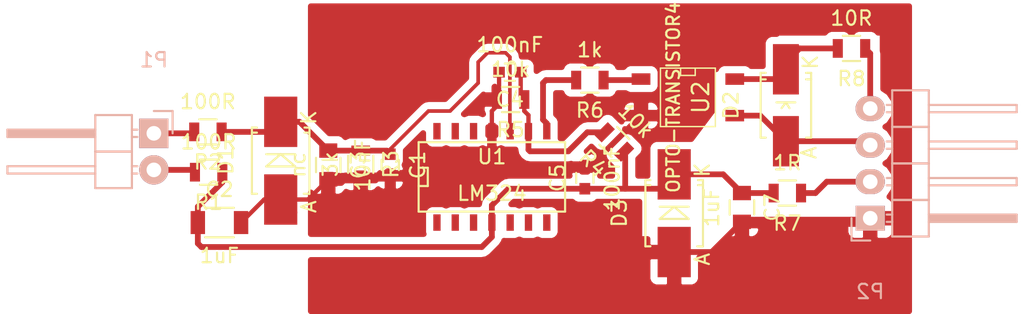
<source format=kicad_pcb>
(kicad_pcb (version 4) (host pcbnew "(2014-10-31 BZR 5243)-product")

  (general
    (links 37)
    (no_connects 0)
    (area 0 0 0 0)
    (thickness 1.6)
    (drawings 0)
    (tracks 98)
    (zones 0)
    (modules 21)
    (nets 13)
  )

  (page A4)
  (layers
    (0 F.Cu signal)
    (31 B.Cu signal)
    (32 B.Adhes user)
    (33 F.Adhes user)
    (34 B.Paste user)
    (35 F.Paste user)
    (36 B.SilkS user)
    (37 F.SilkS user)
    (38 B.Mask user)
    (39 F.Mask user)
    (40 Dwgs.User user)
    (41 Cmts.User user)
    (42 Eco1.User user)
    (43 Eco2.User user)
    (44 Edge.Cuts user)
    (45 Margin user)
    (46 B.CrtYd user)
    (47 F.CrtYd user)
    (48 B.Fab user)
    (49 F.Fab user)
  )

  (setup
    (last_trace_width 0.3)
    (user_trace_width 0.3)
    (user_trace_width 0.4)
    (user_trace_width 0.5)
    (user_trace_width 0.6)
    (user_trace_width 0.7)
    (user_trace_width 0.8)
    (user_trace_width 1)
    (trace_clearance 0.254)
    (zone_clearance 0.5)
    (zone_45_only no)
    (trace_min 0.254)
    (segment_width 0.2)
    (edge_width 0.1)
    (via_size 0.889)
    (via_drill 0.635)
    (via_min_size 0.889)
    (via_min_drill 0.508)
    (uvia_size 0.508)
    (uvia_drill 0.127)
    (uvias_allowed no)
    (uvia_min_size 0.508)
    (uvia_min_drill 0.127)
    (pcb_text_width 0.3)
    (pcb_text_size 1.5 1.5)
    (mod_edge_width 0.15)
    (mod_text_size 1 1)
    (mod_text_width 0.15)
    (pad_size 1.5 1.5)
    (pad_drill 0.6)
    (pad_to_mask_clearance 0)
    (aux_axis_origin 0 0)
    (visible_elements FFFFFF7F)
    (pcbplotparams
      (layerselection 0x00030_80000001)
      (usegerberextensions false)
      (excludeedgelayer true)
      (linewidth 0.100000)
      (plotframeref false)
      (viasonmask false)
      (mode 1)
      (useauxorigin false)
      (hpglpennumber 1)
      (hpglpenspeed 20)
      (hpglpendiameter 15)
      (hpglpenoverlay 2)
      (psnegative false)
      (psa4output false)
      (plotreference true)
      (plotvalue true)
      (plotinvisibletext false)
      (padsonsilk false)
      (subtractmaskfromsilk false)
      (outputformat 1)
      (mirror false)
      (drillshape 1)
      (scaleselection 1)
      (outputdirectory ""))
  )

  (net 0 "")
  (net 1 "Net-(C1-Pad1)")
  (net 2 GND)
  (net 3 +12V)
  (net 4 "Net-(C4-Pad1)")
  (net 5 "Net-(D2-Pad2)")
  (net 6 "Net-(P1-Pad2)")
  (net 7 "Net-(P1-Pad1)")
  (net 8 "Net-(D2-Pad1)")
  (net 9 "Net-(P2-Pad2)")
  (net 10 "Net-(P2-Pad4)")
  (net 11 "Net-(R6-Pad1)")
  (net 12 "Net-(R6-Pad2)")

  (net_class Default "Dies ist die voreingestellte Netzklasse."
    (clearance 0.254)
    (trace_width 0.254)
    (via_dia 0.889)
    (via_drill 0.635)
    (uvia_dia 0.508)
    (uvia_drill 0.127)
    (add_net +12V)
    (add_net "Net-(D2-Pad1)")
    (add_net "Net-(D2-Pad2)")
    (add_net "Net-(P1-Pad1)")
    (add_net "Net-(P1-Pad2)")
    (add_net "Net-(P2-Pad2)")
    (add_net "Net-(P2-Pad4)")
    (add_net "Net-(R6-Pad1)")
    (add_net "Net-(R6-Pad2)")
  )

  (net_class 1 ""
    (clearance 0.18)
    (trace_width 0.254)
    (via_dia 0.889)
    (via_drill 0.635)
    (uvia_dia 0.508)
    (uvia_drill 0.127)
    (add_net GND)
    (add_net "Net-(C1-Pad1)")
    (add_net "Net-(C4-Pad1)")
  )

  (module Capacitors_SMD:C_0603 (layer F.Cu) (tedit 5415D631) (tstamp 54ED0A4D)
    (at 116.2 101.4 270)
    (descr "Capacitor SMD 0603, reflow soldering, AVX (see smccp.pdf)")
    (tags "capacitor 0603")
    (path /54ECF4A0)
    (attr smd)
    (fp_text reference C1 (at 0 -1.9 270) (layer F.SilkS)
      (effects (font (size 1 1) (thickness 0.15)))
    )
    (fp_text value 10nF (at 0 1.9 270) (layer F.SilkS)
      (effects (font (size 1 1) (thickness 0.15)))
    )
    (fp_line (start -1.45 -0.75) (end 1.45 -0.75) (layer F.CrtYd) (width 0.05))
    (fp_line (start -1.45 0.75) (end 1.45 0.75) (layer F.CrtYd) (width 0.05))
    (fp_line (start -1.45 -0.75) (end -1.45 0.75) (layer F.CrtYd) (width 0.05))
    (fp_line (start 1.45 -0.75) (end 1.45 0.75) (layer F.CrtYd) (width 0.05))
    (fp_line (start -0.35 -0.6) (end 0.35 -0.6) (layer F.SilkS) (width 0.15))
    (fp_line (start 0.35 0.6) (end -0.35 0.6) (layer F.SilkS) (width 0.15))
    (pad 1 smd rect (at -0.75 0 270) (size 0.8 0.75) (layers F.Cu F.Paste F.Mask)
      (net 1 "Net-(C1-Pad1)"))
    (pad 2 smd rect (at 0.75 0 270) (size 0.8 0.75) (layers F.Cu F.Paste F.Mask)
      (net 2 GND))
    (model Capacitors_SMD/C_0603.wrl
      (at (xyz 0 0 0))
      (scale (xyz 1 1 1))
      (rotate (xyz 0 0 0))
    )
  )

  (module Capacitors_SMD:C_1206 (layer F.Cu) (tedit 5415D7BD) (tstamp 54ED0A53)
    (at 104.35 105.4)
    (descr "Capacitor SMD 1206, reflow soldering, AVX (see smccp.pdf)")
    (tags "capacitor 1206")
    (path /54ECF9A2)
    (attr smd)
    (fp_text reference C2 (at 0 -2.3) (layer F.SilkS)
      (effects (font (size 1 1) (thickness 0.15)))
    )
    (fp_text value 1uF (at 0 2.3) (layer F.SilkS)
      (effects (font (size 1 1) (thickness 0.15)))
    )
    (fp_line (start -2.3 -1.15) (end 2.3 -1.15) (layer F.CrtYd) (width 0.05))
    (fp_line (start -2.3 1.15) (end 2.3 1.15) (layer F.CrtYd) (width 0.05))
    (fp_line (start -2.3 -1.15) (end -2.3 1.15) (layer F.CrtYd) (width 0.05))
    (fp_line (start 2.3 -1.15) (end 2.3 1.15) (layer F.CrtYd) (width 0.05))
    (fp_line (start 1 -1.025) (end -1 -1.025) (layer F.SilkS) (width 0.15))
    (fp_line (start -1 1.025) (end 1 1.025) (layer F.SilkS) (width 0.15))
    (pad 1 smd rect (at -1.5 0) (size 1 1.6) (layers F.Cu F.Paste F.Mask)
      (net 3 +12V))
    (pad 2 smd rect (at 1.5 0) (size 1 1.6) (layers F.Cu F.Paste F.Mask)
      (net 2 GND))
    (model Capacitors_SMD/C_1206.wrl
      (at (xyz 0 0 0))
      (scale (xyz 1 1 1))
      (rotate (xyz 0 0 0))
    )
  )

  (module Capacitors_SMD:C_0805 (layer F.Cu) (tedit 5415D6EA) (tstamp 54ED0A59)
    (at 111.9 101.4 270)
    (descr "Capacitor SMD 0805, reflow soldering, AVX (see smccp.pdf)")
    (tags "capacitor 0805")
    (path /54ECF4BF)
    (attr smd)
    (fp_text reference C3 (at 0 -2.1 270) (layer F.SilkS)
      (effects (font (size 1 1) (thickness 0.15)))
    )
    (fp_text value nc (at 0 2.1 270) (layer F.SilkS)
      (effects (font (size 1 1) (thickness 0.15)))
    )
    (fp_line (start -1.8 -1) (end 1.8 -1) (layer F.CrtYd) (width 0.05))
    (fp_line (start -1.8 1) (end 1.8 1) (layer F.CrtYd) (width 0.05))
    (fp_line (start -1.8 -1) (end -1.8 1) (layer F.CrtYd) (width 0.05))
    (fp_line (start 1.8 -1) (end 1.8 1) (layer F.CrtYd) (width 0.05))
    (fp_line (start 0.5 -0.85) (end -0.5 -0.85) (layer F.SilkS) (width 0.15))
    (fp_line (start -0.5 0.85) (end 0.5 0.85) (layer F.SilkS) (width 0.15))
    (pad 1 smd rect (at -1 0 270) (size 1 1.25) (layers F.Cu F.Paste F.Mask)
      (net 1 "Net-(C1-Pad1)"))
    (pad 2 smd rect (at 1 0 270) (size 1 1.25) (layers F.Cu F.Paste F.Mask)
      (net 2 GND))
    (model Capacitors_SMD/C_0805.wrl
      (at (xyz 0 0 0))
      (scale (xyz 1 1 1))
      (rotate (xyz 0 0 0))
    )
  )

  (module Capacitors_SMD:C_0603 (layer F.Cu) (tedit 5415D631) (tstamp 54ED0A5F)
    (at 124.5 94.95 180)
    (descr "Capacitor SMD 0603, reflow soldering, AVX (see smccp.pdf)")
    (tags "capacitor 0603")
    (path /54ECFED6)
    (attr smd)
    (fp_text reference C4 (at 0 -1.9 180) (layer F.SilkS)
      (effects (font (size 1 1) (thickness 0.15)))
    )
    (fp_text value 100nF (at 0 1.9 180) (layer F.SilkS)
      (effects (font (size 1 1) (thickness 0.15)))
    )
    (fp_line (start -1.45 -0.75) (end 1.45 -0.75) (layer F.CrtYd) (width 0.05))
    (fp_line (start -1.45 0.75) (end 1.45 0.75) (layer F.CrtYd) (width 0.05))
    (fp_line (start -1.45 -0.75) (end -1.45 0.75) (layer F.CrtYd) (width 0.05))
    (fp_line (start 1.45 -0.75) (end 1.45 0.75) (layer F.CrtYd) (width 0.05))
    (fp_line (start -0.35 -0.6) (end 0.35 -0.6) (layer F.SilkS) (width 0.15))
    (fp_line (start 0.35 0.6) (end -0.35 0.6) (layer F.SilkS) (width 0.15))
    (pad 1 smd rect (at -0.75 0 180) (size 0.8 0.75) (layers F.Cu F.Paste F.Mask)
      (net 4 "Net-(C4-Pad1)"))
    (pad 2 smd rect (at 0.75 0 180) (size 0.8 0.75) (layers F.Cu F.Paste F.Mask)
      (net 2 GND))
    (model Capacitors_SMD/C_0603.wrl
      (at (xyz 0 0 0))
      (scale (xyz 1 1 1))
      (rotate (xyz 0 0 0))
    )
  )

  (module Capacitors_SMD:C_0603 (layer F.Cu) (tedit 5415D631) (tstamp 54F1DEF8)
    (at 129.7 102.3 90)
    (descr "Capacitor SMD 0603, reflow soldering, AVX (see smccp.pdf)")
    (tags "capacitor 0603")
    (path /54ED187B)
    (attr smd)
    (fp_text reference C5 (at 0 -1.9 90) (layer F.SilkS)
      (effects (font (size 1 1) (thickness 0.15)))
    )
    (fp_text value 100nF (at 0 1.9 90) (layer F.SilkS)
      (effects (font (size 1 1) (thickness 0.15)))
    )
    (fp_line (start -1.45 -0.75) (end 1.45 -0.75) (layer F.CrtYd) (width 0.05))
    (fp_line (start -1.45 0.75) (end 1.45 0.75) (layer F.CrtYd) (width 0.05))
    (fp_line (start -1.45 -0.75) (end -1.45 0.75) (layer F.CrtYd) (width 0.05))
    (fp_line (start 1.45 -0.75) (end 1.45 0.75) (layer F.CrtYd) (width 0.05))
    (fp_line (start -0.35 -0.6) (end 0.35 -0.6) (layer F.SilkS) (width 0.15))
    (fp_line (start 0.35 0.6) (end -0.35 0.6) (layer F.SilkS) (width 0.15))
    (pad 1 smd rect (at -0.75 0 90) (size 0.8 0.75) (layers F.Cu F.Paste F.Mask)
      (net 3 +12V))
    (pad 2 smd rect (at 0.75 0 90) (size 0.8 0.75) (layers F.Cu F.Paste F.Mask)
      (net 2 GND))
    (model Capacitors_SMD/C_0603.wrl
      (at (xyz 0 0 0))
      (scale (xyz 1 1 1))
      (rotate (xyz 0 0 0))
    )
  )

  (module Capacitors_SMD:C_0805 (layer F.Cu) (tedit 5415D6EA) (tstamp 54ED0A71)
    (at 140.6 104.35 270)
    (descr "Capacitor SMD 0805, reflow soldering, AVX (see smccp.pdf)")
    (tags "capacitor 0805")
    (path /54ED0B4D)
    (attr smd)
    (fp_text reference C7 (at 0 -2.1 270) (layer F.SilkS)
      (effects (font (size 1 1) (thickness 0.15)))
    )
    (fp_text value 1uF (at 0 2.1 270) (layer F.SilkS)
      (effects (font (size 1 1) (thickness 0.15)))
    )
    (fp_line (start -1.8 -1) (end 1.8 -1) (layer F.CrtYd) (width 0.05))
    (fp_line (start -1.8 1) (end 1.8 1) (layer F.CrtYd) (width 0.05))
    (fp_line (start -1.8 -1) (end -1.8 1) (layer F.CrtYd) (width 0.05))
    (fp_line (start 1.8 -1) (end 1.8 1) (layer F.CrtYd) (width 0.05))
    (fp_line (start 0.5 -0.85) (end -0.5 -0.85) (layer F.SilkS) (width 0.15))
    (fp_line (start -0.5 0.85) (end 0.5 0.85) (layer F.SilkS) (width 0.15))
    (pad 1 smd rect (at -1 0 270) (size 1 1.25) (layers F.Cu F.Paste F.Mask)
      (net 3 +12V))
    (pad 2 smd rect (at 1 0 270) (size 1 1.25) (layers F.Cu F.Paste F.Mask)
      (net 2 GND))
    (model Capacitors_SMD/C_0805.wrl
      (at (xyz 0 0 0))
      (scale (xyz 1 1 1))
      (rotate (xyz 0 0 0))
    )
  )

  (module Diodes_SMD:Diode-SMB_Handsoldering (layer F.Cu) (tedit 54ED0A11) (tstamp 54ED0A77)
    (at 108.6 101.1 90)
    (descr "Diode SMB Handsoldering")
    (tags "Diode SMB Handsoldering")
    (path /54ECF4E8)
    (attr smd)
    (fp_text reference D1 (at 0 -3.81 90) (layer F.SilkS)
      (effects (font (size 1 1) (thickness 0.15)))
    )
    (fp_text value ZENER_15V (at 0 3.81 90) (layer F.SilkS) hide
      (effects (font (size 1 1) (thickness 0.15)))
    )
    (fp_line (start 0.44958 0) (end -0.39878 -1.00076) (layer F.SilkS) (width 0.15))
    (fp_line (start -0.39878 -1.00076) (end -0.39878 1.00076) (layer F.SilkS) (width 0.15))
    (fp_line (start -0.39878 1.00076) (end 0.44958 0) (layer F.SilkS) (width 0.15))
    (fp_line (start 0.44958 0) (end 0.44958 1.00076) (layer F.SilkS) (width 0.15))
    (fp_line (start 0.44958 0) (end 0.44958 -1.00076) (layer F.SilkS) (width 0.15))
    (fp_text user A (at -3.2004 1.95072 90) (layer F.SilkS)
      (effects (font (size 1 1) (thickness 0.15)))
    )
    (fp_text user K (at 2.99974 1.95072 90) (layer F.SilkS)
      (effects (font (size 1 1) (thickness 0.15)))
    )
    (fp_line (start -2.30124 1.75006) (end -2.30124 1.6002) (layer F.SilkS) (width 0.15))
    (fp_line (start 1.95072 1.75006) (end 1.95072 1.651) (layer F.SilkS) (width 0.15))
    (fp_line (start 2.30124 1.75006) (end 2.30124 1.651) (layer F.SilkS) (width 0.15))
    (fp_line (start -2.30124 -1.75006) (end -2.30124 -1.651) (layer F.SilkS) (width 0.15))
    (fp_line (start 1.95072 -1.75006) (end 1.95072 -1.651) (layer F.SilkS) (width 0.15))
    (fp_line (start 2.30124 -1.75006) (end 2.30124 -1.651) (layer F.SilkS) (width 0.15))
    (fp_line (start 1.95072 1.99898) (end 1.95072 1.80086) (layer F.SilkS) (width 0.15))
    (fp_line (start 1.95072 -1.99898) (end 1.95072 -1.80086) (layer F.SilkS) (width 0.15))
    (fp_line (start 2.29616 1.99644) (end 2.29616 1.79832) (layer F.SilkS) (width 0.15))
    (fp_line (start -2.30632 1.99644) (end 2.29616 1.99644) (layer F.SilkS) (width 0.15))
    (fp_line (start -2.30632 1.99644) (end -2.30632 1.79832) (layer F.SilkS) (width 0.15))
    (fp_line (start -2.30124 -1.99898) (end -2.30124 -1.80086) (layer F.SilkS) (width 0.15))
    (fp_line (start -2.30124 -1.99898) (end 2.30124 -1.99898) (layer F.SilkS) (width 0.15))
    (fp_line (start 2.30124 -1.99898) (end 2.30124 -1.80086) (layer F.SilkS) (width 0.15))
    (pad 1 smd rect (at -2.70002 0 90) (size 3.50012 2.30124) (layers F.Cu F.Paste F.Mask)
      (net 2 GND))
    (pad 2 smd rect (at 2.70002 0 90) (size 3.50012 2.30124) (layers F.Cu F.Paste F.Mask)
      (net 1 "Net-(C1-Pad1)"))
    (model Diodes_SMD/Diode-SMB_Handsoldering.wrl
      (at (xyz 0 0 0))
      (scale (xyz 0.3937 0.3937 0.3937))
      (rotate (xyz 0 0 0))
    )
  )

  (module Diodes_SMD:Diode-SMA_Handsoldering (layer F.Cu) (tedit 5403E4F0) (tstamp 54ED0A7D)
    (at 143.65 97.25 90)
    (descr "Diode SMA Handsoldering")
    (tags "Diode SMA Handsoldering")
    (path /54F1DF54)
    (attr smd)
    (fp_text reference D2 (at 0 -3.81 90) (layer F.SilkS)
      (effects (font (size 1 1) (thickness 0.15)))
    )
    (fp_text value ZENER_15V (at 0 3.81 90) (layer F.SilkS) hide
      (effects (font (size 1 1) (thickness 0.15)))
    )
    (fp_line (start 0.20066 -0.65024) (end 0.20066 0.65024) (layer F.SilkS) (width 0.15))
    (fp_line (start 0.20066 0) (end -0.20066 0.24892) (layer F.SilkS) (width 0.15))
    (fp_line (start 0.20066 0) (end -0.20066 -0.29972) (layer F.SilkS) (width 0.15))
    (fp_text user A (at -3.29946 1.6002 90) (layer F.SilkS)
      (effects (font (size 1 1) (thickness 0.15)))
    )
    (fp_text user K (at 2.99974 1.69926 90) (layer F.SilkS)
      (effects (font (size 1 1) (thickness 0.15)))
    )
    (fp_line (start 1.80086 1.75006) (end 1.80086 1.39954) (layer F.SilkS) (width 0.15))
    (fp_line (start 1.80086 -1.75006) (end 1.80086 -1.39954) (layer F.SilkS) (width 0.15))
    (fp_line (start 2.25044 1.75006) (end 2.25044 1.39954) (layer F.SilkS) (width 0.15))
    (fp_line (start -2.25044 1.75006) (end -2.25044 1.39954) (layer F.SilkS) (width 0.15))
    (fp_line (start -2.25044 -1.75006) (end -2.25044 -1.39954) (layer F.SilkS) (width 0.15))
    (fp_line (start 2.25044 -1.75006) (end 2.25044 -1.39954) (layer F.SilkS) (width 0.15))
    (fp_line (start -2.25044 1.75006) (end 2.25044 1.75006) (layer F.SilkS) (width 0.15))
    (fp_line (start -2.25044 -1.75006) (end 2.25044 -1.75006) (layer F.SilkS) (width 0.15))
    (pad 1 smd rect (at -2.49936 0 90) (size 3.50012 1.80086) (layers F.Cu F.Paste F.Mask)
      (net 8 "Net-(D2-Pad1)"))
    (pad 2 smd rect (at 2.49936 0 90) (size 3.50012 1.80086) (layers F.Cu F.Paste F.Mask)
      (net 5 "Net-(D2-Pad2)"))
    (model Diodes_SMD/Diode-SMA_Handsoldering.wrl
      (at (xyz 0 0 0))
      (scale (xyz 0.3937 0.3937 0.3937))
      (rotate (xyz 0 0 0))
    )
  )

  (module Diodes_SMD:Diode-SMB_Handsoldering (layer F.Cu) (tedit 54ED0A11) (tstamp 54F1DA54)
    (at 135.9 104.75 90)
    (descr "Diode SMB Handsoldering")
    (tags "Diode SMB Handsoldering")
    (path /54ED0D5B)
    (attr smd)
    (fp_text reference D3 (at 0 -3.81 90) (layer F.SilkS)
      (effects (font (size 1 1) (thickness 0.15)))
    )
    (fp_text value ZENER_18V (at 0 3.81 90) (layer F.SilkS) hide
      (effects (font (size 1 1) (thickness 0.15)))
    )
    (fp_line (start 0.44958 0) (end -0.39878 -1.00076) (layer F.SilkS) (width 0.15))
    (fp_line (start -0.39878 -1.00076) (end -0.39878 1.00076) (layer F.SilkS) (width 0.15))
    (fp_line (start -0.39878 1.00076) (end 0.44958 0) (layer F.SilkS) (width 0.15))
    (fp_line (start 0.44958 0) (end 0.44958 1.00076) (layer F.SilkS) (width 0.15))
    (fp_line (start 0.44958 0) (end 0.44958 -1.00076) (layer F.SilkS) (width 0.15))
    (fp_text user A (at -3.2004 1.95072 90) (layer F.SilkS)
      (effects (font (size 1 1) (thickness 0.15)))
    )
    (fp_text user K (at 2.99974 1.95072 90) (layer F.SilkS)
      (effects (font (size 1 1) (thickness 0.15)))
    )
    (fp_line (start -2.30124 1.75006) (end -2.30124 1.6002) (layer F.SilkS) (width 0.15))
    (fp_line (start 1.95072 1.75006) (end 1.95072 1.651) (layer F.SilkS) (width 0.15))
    (fp_line (start 2.30124 1.75006) (end 2.30124 1.651) (layer F.SilkS) (width 0.15))
    (fp_line (start -2.30124 -1.75006) (end -2.30124 -1.651) (layer F.SilkS) (width 0.15))
    (fp_line (start 1.95072 -1.75006) (end 1.95072 -1.651) (layer F.SilkS) (width 0.15))
    (fp_line (start 2.30124 -1.75006) (end 2.30124 -1.651) (layer F.SilkS) (width 0.15))
    (fp_line (start 1.95072 1.99898) (end 1.95072 1.80086) (layer F.SilkS) (width 0.15))
    (fp_line (start 1.95072 -1.99898) (end 1.95072 -1.80086) (layer F.SilkS) (width 0.15))
    (fp_line (start 2.29616 1.99644) (end 2.29616 1.79832) (layer F.SilkS) (width 0.15))
    (fp_line (start -2.30632 1.99644) (end 2.29616 1.99644) (layer F.SilkS) (width 0.15))
    (fp_line (start -2.30632 1.99644) (end -2.30632 1.79832) (layer F.SilkS) (width 0.15))
    (fp_line (start -2.30124 -1.99898) (end -2.30124 -1.80086) (layer F.SilkS) (width 0.15))
    (fp_line (start -2.30124 -1.99898) (end 2.30124 -1.99898) (layer F.SilkS) (width 0.15))
    (fp_line (start 2.30124 -1.99898) (end 2.30124 -1.80086) (layer F.SilkS) (width 0.15))
    (pad 1 smd rect (at -2.70002 0 90) (size 3.50012 2.30124) (layers F.Cu F.Paste F.Mask)
      (net 2 GND))
    (pad 2 smd rect (at 2.70002 0 90) (size 3.50012 2.30124) (layers F.Cu F.Paste F.Mask)
      (net 3 +12V))
    (model Diodes_SMD/Diode-SMB_Handsoldering.wrl
      (at (xyz 0 0 0))
      (scale (xyz 0.3937 0.3937 0.3937))
      (rotate (xyz 0 0 0))
    )
  )

  (module Resistors_SMD:R_0805 (layer F.Cu) (tedit 5415CDEB) (tstamp 54ED0A89)
    (at 103.6 101.9 180)
    (descr "Resistor SMD 0805, reflow soldering, Vishay (see dcrcw.pdf)")
    (tags "resistor 0805")
    (path /54ECF831)
    (attr smd)
    (fp_text reference R1 (at 0 -2.1 180) (layer F.SilkS)
      (effects (font (size 1 1) (thickness 0.15)))
    )
    (fp_text value 100R (at 0 2.1 180) (layer F.SilkS)
      (effects (font (size 1 1) (thickness 0.15)))
    )
    (fp_line (start -1.6 -1) (end 1.6 -1) (layer F.CrtYd) (width 0.05))
    (fp_line (start -1.6 1) (end 1.6 1) (layer F.CrtYd) (width 0.05))
    (fp_line (start -1.6 -1) (end -1.6 1) (layer F.CrtYd) (width 0.05))
    (fp_line (start 1.6 -1) (end 1.6 1) (layer F.CrtYd) (width 0.05))
    (fp_line (start 0.6 0.875) (end -0.6 0.875) (layer F.SilkS) (width 0.15))
    (fp_line (start -0.6 -0.875) (end 0.6 -0.875) (layer F.SilkS) (width 0.15))
    (pad 1 smd rect (at -0.95 0 180) (size 0.7 1.3) (layers F.Cu F.Paste F.Mask)
      (net 3 +12V))
    (pad 2 smd rect (at 0.95 0 180) (size 0.7 1.3) (layers F.Cu F.Paste F.Mask)
      (net 6 "Net-(P1-Pad2)"))
    (model Resistors_SMD/R_0805.wrl
      (at (xyz 0 0 0))
      (scale (xyz 1 1 1))
      (rotate (xyz 0 0 0))
    )
  )

  (module Resistors_SMD:R_0805 (layer F.Cu) (tedit 5415CDEB) (tstamp 54ED0A8F)
    (at 103.55 99.1 180)
    (descr "Resistor SMD 0805, reflow soldering, Vishay (see dcrcw.pdf)")
    (tags "resistor 0805")
    (path /54ECF5EE)
    (attr smd)
    (fp_text reference R2 (at 0 -2.1 180) (layer F.SilkS)
      (effects (font (size 1 1) (thickness 0.15)))
    )
    (fp_text value 100R (at 0 2.1 180) (layer F.SilkS)
      (effects (font (size 1 1) (thickness 0.15)))
    )
    (fp_line (start -1.6 -1) (end 1.6 -1) (layer F.CrtYd) (width 0.05))
    (fp_line (start -1.6 1) (end 1.6 1) (layer F.CrtYd) (width 0.05))
    (fp_line (start -1.6 -1) (end -1.6 1) (layer F.CrtYd) (width 0.05))
    (fp_line (start 1.6 -1) (end 1.6 1) (layer F.CrtYd) (width 0.05))
    (fp_line (start 0.6 0.875) (end -0.6 0.875) (layer F.SilkS) (width 0.15))
    (fp_line (start -0.6 -0.875) (end 0.6 -0.875) (layer F.SilkS) (width 0.15))
    (pad 1 smd rect (at -0.95 0 180) (size 0.7 1.3) (layers F.Cu F.Paste F.Mask)
      (net 1 "Net-(C1-Pad1)"))
    (pad 2 smd rect (at 0.95 0 180) (size 0.7 1.3) (layers F.Cu F.Paste F.Mask)
      (net 7 "Net-(P1-Pad1)"))
    (model Resistors_SMD/R_0805.wrl
      (at (xyz 0 0 0))
      (scale (xyz 1 1 1))
      (rotate (xyz 0 0 0))
    )
  )

  (module Resistors_SMD:R_0805 (layer F.Cu) (tedit 5415CDEB) (tstamp 54ED0A95)
    (at 114.15 101.35 270)
    (descr "Resistor SMD 0805, reflow soldering, Vishay (see dcrcw.pdf)")
    (tags "resistor 0805")
    (path /54ECF43D)
    (attr smd)
    (fp_text reference R3 (at 0 -2.1 270) (layer F.SilkS)
      (effects (font (size 1 1) (thickness 0.15)))
    )
    (fp_text value 3k (at 0 2.1 270) (layer F.SilkS)
      (effects (font (size 1 1) (thickness 0.15)))
    )
    (fp_line (start -1.6 -1) (end 1.6 -1) (layer F.CrtYd) (width 0.05))
    (fp_line (start -1.6 1) (end 1.6 1) (layer F.CrtYd) (width 0.05))
    (fp_line (start -1.6 -1) (end -1.6 1) (layer F.CrtYd) (width 0.05))
    (fp_line (start 1.6 -1) (end 1.6 1) (layer F.CrtYd) (width 0.05))
    (fp_line (start 0.6 0.875) (end -0.6 0.875) (layer F.SilkS) (width 0.15))
    (fp_line (start -0.6 -0.875) (end 0.6 -0.875) (layer F.SilkS) (width 0.15))
    (pad 1 smd rect (at -0.95 0 270) (size 0.7 1.3) (layers F.Cu F.Paste F.Mask)
      (net 1 "Net-(C1-Pad1)"))
    (pad 2 smd rect (at 0.95 0 270) (size 0.7 1.3) (layers F.Cu F.Paste F.Mask)
      (net 2 GND))
    (model Resistors_SMD/R_0805.wrl
      (at (xyz 0 0 0))
      (scale (xyz 1 1 1))
      (rotate (xyz 0 0 0))
    )
  )

  (module Resistors_SMD:R_0805 (layer F.Cu) (tedit 5415CDEB) (tstamp 54ED0A9B)
    (at 131.75 99.8 135)
    (descr "Resistor SMD 0805, reflow soldering, Vishay (see dcrcw.pdf)")
    (tags "resistor 0805")
    (path /54ECFD26)
    (attr smd)
    (fp_text reference R4 (at 0 -2.1 135) (layer F.SilkS)
      (effects (font (size 1 1) (thickness 0.15)))
    )
    (fp_text value 10k (at 0 2.1 135) (layer F.SilkS)
      (effects (font (size 1 1) (thickness 0.15)))
    )
    (fp_line (start -1.6 -1) (end 1.6 -1) (layer F.CrtYd) (width 0.05))
    (fp_line (start -1.6 1) (end 1.6 1) (layer F.CrtYd) (width 0.05))
    (fp_line (start -1.6 -1) (end -1.6 1) (layer F.CrtYd) (width 0.05))
    (fp_line (start 1.6 -1) (end 1.6 1) (layer F.CrtYd) (width 0.05))
    (fp_line (start 0.6 0.875) (end -0.6 0.875) (layer F.SilkS) (width 0.15))
    (fp_line (start -0.6 -0.875) (end 0.6 -0.875) (layer F.SilkS) (width 0.15))
    (pad 1 smd rect (at -0.95 0 135) (size 0.7 1.3) (layers F.Cu F.Paste F.Mask)
      (net 3 +12V))
    (pad 2 smd rect (at 0.95 0 135) (size 0.7 1.3) (layers F.Cu F.Paste F.Mask)
      (net 4 "Net-(C4-Pad1)"))
    (model Resistors_SMD/R_0805.wrl
      (at (xyz 0 0 0))
      (scale (xyz 1 1 1))
      (rotate (xyz 0 0 0))
    )
  )

  (module Resistors_SMD:R_0805 (layer F.Cu) (tedit 5415CDEB) (tstamp 54ED0AA1)
    (at 124.55 96.85 180)
    (descr "Resistor SMD 0805, reflow soldering, Vishay (see dcrcw.pdf)")
    (tags "resistor 0805")
    (path /54ECFE78)
    (attr smd)
    (fp_text reference R5 (at 0 -2.1 180) (layer F.SilkS)
      (effects (font (size 1 1) (thickness 0.15)))
    )
    (fp_text value 10k (at 0 2.1 180) (layer F.SilkS)
      (effects (font (size 1 1) (thickness 0.15)))
    )
    (fp_line (start -1.6 -1) (end 1.6 -1) (layer F.CrtYd) (width 0.05))
    (fp_line (start -1.6 1) (end 1.6 1) (layer F.CrtYd) (width 0.05))
    (fp_line (start -1.6 -1) (end -1.6 1) (layer F.CrtYd) (width 0.05))
    (fp_line (start 1.6 -1) (end 1.6 1) (layer F.CrtYd) (width 0.05))
    (fp_line (start 0.6 0.875) (end -0.6 0.875) (layer F.SilkS) (width 0.15))
    (fp_line (start -0.6 -0.875) (end 0.6 -0.875) (layer F.SilkS) (width 0.15))
    (pad 1 smd rect (at -0.95 0 180) (size 0.7 1.3) (layers F.Cu F.Paste F.Mask)
      (net 4 "Net-(C4-Pad1)"))
    (pad 2 smd rect (at 0.95 0 180) (size 0.7 1.3) (layers F.Cu F.Paste F.Mask)
      (net 2 GND))
    (model Resistors_SMD/R_0805.wrl
      (at (xyz 0 0 0))
      (scale (xyz 1 1 1))
      (rotate (xyz 0 0 0))
    )
  )

  (module Resistors_SMD:R_0805 (layer F.Cu) (tedit 5415CDEB) (tstamp 54ED0AA7)
    (at 130.05 95.5 180)
    (descr "Resistor SMD 0805, reflow soldering, Vishay (see dcrcw.pdf)")
    (tags "resistor 0805")
    (path /54ED0203)
    (attr smd)
    (fp_text reference R6 (at 0 -2.1 180) (layer F.SilkS)
      (effects (font (size 1 1) (thickness 0.15)))
    )
    (fp_text value 1k (at 0 2.1 180) (layer F.SilkS)
      (effects (font (size 1 1) (thickness 0.15)))
    )
    (fp_line (start -1.6 -1) (end 1.6 -1) (layer F.CrtYd) (width 0.05))
    (fp_line (start -1.6 1) (end 1.6 1) (layer F.CrtYd) (width 0.05))
    (fp_line (start -1.6 -1) (end -1.6 1) (layer F.CrtYd) (width 0.05))
    (fp_line (start 1.6 -1) (end 1.6 1) (layer F.CrtYd) (width 0.05))
    (fp_line (start 0.6 0.875) (end -0.6 0.875) (layer F.SilkS) (width 0.15))
    (fp_line (start -0.6 -0.875) (end 0.6 -0.875) (layer F.SilkS) (width 0.15))
    (pad 1 smd rect (at -0.95 0 180) (size 0.7 1.3) (layers F.Cu F.Paste F.Mask)
      (net 11 "Net-(R6-Pad1)"))
    (pad 2 smd rect (at 0.95 0 180) (size 0.7 1.3) (layers F.Cu F.Paste F.Mask)
      (net 12 "Net-(R6-Pad2)"))
    (model Resistors_SMD/R_0805.wrl
      (at (xyz 0 0 0))
      (scale (xyz 1 1 1))
      (rotate (xyz 0 0 0))
    )
  )

  (module Resistors_SMD:R_0805 (layer F.Cu) (tedit 5415CDEB) (tstamp 54ED0AAD)
    (at 143.75 103.35 180)
    (descr "Resistor SMD 0805, reflow soldering, Vishay (see dcrcw.pdf)")
    (tags "resistor 0805")
    (path /54ED0ABC)
    (attr smd)
    (fp_text reference R7 (at 0 -2.1 180) (layer F.SilkS)
      (effects (font (size 1 1) (thickness 0.15)))
    )
    (fp_text value 1R (at 0 2.1 180) (layer F.SilkS)
      (effects (font (size 1 1) (thickness 0.15)))
    )
    (fp_line (start -1.6 -1) (end 1.6 -1) (layer F.CrtYd) (width 0.05))
    (fp_line (start -1.6 1) (end 1.6 1) (layer F.CrtYd) (width 0.05))
    (fp_line (start -1.6 -1) (end -1.6 1) (layer F.CrtYd) (width 0.05))
    (fp_line (start 1.6 -1) (end 1.6 1) (layer F.CrtYd) (width 0.05))
    (fp_line (start 0.6 0.875) (end -0.6 0.875) (layer F.SilkS) (width 0.15))
    (fp_line (start -0.6 -0.875) (end 0.6 -0.875) (layer F.SilkS) (width 0.15))
    (pad 1 smd rect (at -0.95 0 180) (size 0.7 1.3) (layers F.Cu F.Paste F.Mask)
      (net 9 "Net-(P2-Pad2)"))
    (pad 2 smd rect (at 0.95 0 180) (size 0.7 1.3) (layers F.Cu F.Paste F.Mask)
      (net 3 +12V))
    (model Resistors_SMD/R_0805.wrl
      (at (xyz 0 0 0))
      (scale (xyz 1 1 1))
      (rotate (xyz 0 0 0))
    )
  )

  (module SMD_Packages:SOIC-14_N (layer F.Cu) (tedit 54ED0A11) (tstamp 54ED0ABF)
    (at 123.25 102.1)
    (descr "Module CMS SOJ 14 pins Large")
    (tags "CMS SOJ")
    (path /54F1FF3A)
    (attr smd)
    (fp_text reference U1 (at 0 -1.27) (layer F.SilkS)
      (effects (font (size 1 1) (thickness 0.15)))
    )
    (fp_text value LM324 (at 0 1.27) (layer F.SilkS)
      (effects (font (size 1 1) (thickness 0.15)))
    )
    (fp_line (start 5.08 -2.286) (end 5.08 2.54) (layer F.SilkS) (width 0.15))
    (fp_line (start 5.08 2.54) (end -5.08 2.54) (layer F.SilkS) (width 0.15))
    (fp_line (start -5.08 2.54) (end -5.08 -2.286) (layer F.SilkS) (width 0.15))
    (fp_line (start -5.08 -2.286) (end 5.08 -2.286) (layer F.SilkS) (width 0.15))
    (fp_line (start -5.08 -0.508) (end -4.445 -0.508) (layer F.SilkS) (width 0.15))
    (fp_line (start -4.445 -0.508) (end -4.445 0.762) (layer F.SilkS) (width 0.15))
    (fp_line (start -4.445 0.762) (end -5.08 0.762) (layer F.SilkS) (width 0.15))
    (pad 1 smd rect (at -3.81 3.302) (size 0.508 1.143) (layers F.Cu F.Paste F.Mask))
    (pad 2 smd rect (at -2.54 3.302) (size 0.508 1.143) (layers F.Cu F.Paste F.Mask))
    (pad 3 smd rect (at -1.27 3.302) (size 0.508 1.143) (layers F.Cu F.Paste F.Mask))
    (pad 4 smd rect (at 0 3.302) (size 0.508 1.143) (layers F.Cu F.Paste F.Mask)
      (net 3 +12V))
    (pad 5 smd rect (at 1.27 3.302) (size 0.508 1.143) (layers F.Cu F.Paste F.Mask))
    (pad 6 smd rect (at 2.54 3.302) (size 0.508 1.143) (layers F.Cu F.Paste F.Mask))
    (pad 7 smd rect (at 3.81 3.302) (size 0.508 1.143) (layers F.Cu F.Paste F.Mask))
    (pad 8 smd rect (at 3.81 -3.048) (size 0.508 1.143) (layers F.Cu F.Paste F.Mask)
      (net 12 "Net-(R6-Pad2)"))
    (pad 9 smd rect (at 2.54 -3.048) (size 0.508 1.143) (layers F.Cu F.Paste F.Mask)
      (net 4 "Net-(C4-Pad1)"))
    (pad 11 smd rect (at 0 -3.048) (size 0.508 1.143) (layers F.Cu F.Paste F.Mask)
      (net 2 GND))
    (pad 12 smd rect (at -1.27 -3.048) (size 0.508 1.143) (layers F.Cu F.Paste F.Mask))
    (pad 13 smd rect (at -2.54 -3.048) (size 0.508 1.143) (layers F.Cu F.Paste F.Mask))
    (pad 14 smd rect (at -3.81 -3.048) (size 0.508 1.143) (layers F.Cu F.Paste F.Mask))
    (pad 10 smd rect (at 1.27 -3.048) (size 0.508 1.143) (layers F.Cu F.Paste F.Mask)
      (net 1 "Net-(C1-Pad1)"))
    (model SMD_Packages/SOIC-14_N.wrl
      (at (xyz 0 0 0))
      (scale (xyz 0.5 0.4 0.5))
      (rotate (xyz 0 0 0))
    )
  )

  (module Pin_Headers:Pin_Header_Angled_1x02 (layer B.Cu) (tedit 54F1D6DD) (tstamp 54F1D73B)
    (at 99.8 99.2 180)
    (descr "Through hole pin header")
    (tags "pin header")
    (path /54ECF3C9)
    (fp_text reference P1 (at 0 5.1 180) (layer B.SilkS)
      (effects (font (size 1 1) (thickness 0.15)) (justify mirror))
    )
    (fp_text value "Anschluss Kantentaster" (at 0 3.1 180) (layer B.SilkS) hide
      (effects (font (size 1 1) (thickness 0.15)) (justify mirror))
    )
    (fp_line (start -1.5 1.75) (end -1.5 -4.3) (layer B.CrtYd) (width 0.05))
    (fp_line (start 10.65 1.75) (end 10.65 -4.3) (layer B.CrtYd) (width 0.05))
    (fp_line (start -1.5 1.75) (end 10.65 1.75) (layer B.CrtYd) (width 0.05))
    (fp_line (start -1.5 -4.3) (end 10.65 -4.3) (layer B.CrtYd) (width 0.05))
    (fp_line (start -1.3 1.55) (end -1.3 0) (layer B.SilkS) (width 0.15))
    (fp_line (start 0 1.55) (end -1.3 1.55) (layer B.SilkS) (width 0.15))
    (fp_line (start 4.191 0.127) (end 10.033 0.127) (layer B.SilkS) (width 0.15))
    (fp_line (start 10.033 0.127) (end 10.033 -0.127) (layer B.SilkS) (width 0.15))
    (fp_line (start 10.033 -0.127) (end 4.191 -0.127) (layer B.SilkS) (width 0.15))
    (fp_line (start 4.191 -0.127) (end 4.191 0) (layer B.SilkS) (width 0.15))
    (fp_line (start 4.191 0) (end 10.033 0) (layer B.SilkS) (width 0.15))
    (fp_line (start 1.524 0.254) (end 1.143 0.254) (layer B.SilkS) (width 0.15))
    (fp_line (start 1.524 -0.254) (end 1.143 -0.254) (layer B.SilkS) (width 0.15))
    (fp_line (start 1.524 -2.286) (end 1.143 -2.286) (layer B.SilkS) (width 0.15))
    (fp_line (start 1.524 -2.794) (end 1.143 -2.794) (layer B.SilkS) (width 0.15))
    (fp_line (start 1.524 1.27) (end 4.064 1.27) (layer B.SilkS) (width 0.15))
    (fp_line (start 1.524 -1.27) (end 4.064 -1.27) (layer B.SilkS) (width 0.15))
    (fp_line (start 1.524 -1.27) (end 1.524 -3.81) (layer B.SilkS) (width 0.15))
    (fp_line (start 1.524 -3.81) (end 4.064 -3.81) (layer B.SilkS) (width 0.15))
    (fp_line (start 4.064 -2.286) (end 10.16 -2.286) (layer B.SilkS) (width 0.15))
    (fp_line (start 10.16 -2.286) (end 10.16 -2.794) (layer B.SilkS) (width 0.15))
    (fp_line (start 10.16 -2.794) (end 4.064 -2.794) (layer B.SilkS) (width 0.15))
    (fp_line (start 4.064 -3.81) (end 4.064 -1.27) (layer B.SilkS) (width 0.15))
    (fp_line (start 4.064 -1.27) (end 4.064 1.27) (layer B.SilkS) (width 0.15))
    (fp_line (start 10.16 -0.254) (end 4.064 -0.254) (layer B.SilkS) (width 0.15))
    (fp_line (start 10.16 0.254) (end 10.16 -0.254) (layer B.SilkS) (width 0.15))
    (fp_line (start 4.064 0.254) (end 10.16 0.254) (layer B.SilkS) (width 0.15))
    (fp_line (start 1.524 -1.27) (end 4.064 -1.27) (layer B.SilkS) (width 0.15))
    (fp_line (start 1.524 1.27) (end 1.524 -1.27) (layer B.SilkS) (width 0.15))
    (pad 1 thru_hole rect (at 0 0 180) (size 2.032 2.032) (drill 1.016) (layers *.Cu *.Mask B.SilkS)
      (net 7 "Net-(P1-Pad1)"))
    (pad 2 thru_hole oval (at 0 -2.54 180) (size 2.032 2.032) (drill 1.016) (layers *.Cu *.Mask B.SilkS)
      (net 6 "Net-(P1-Pad2)"))
    (model Pin_Headers/Pin_Header_Angled_1x02.wrl
      (at (xyz 0 -0.05 0))
      (scale (xyz 1 1 1))
      (rotate (xyz 0 0 90))
    )
  )

  (module Pin_Headers:Pin_Header_Angled_1x04 (layer B.Cu) (tedit 54F1D6DD) (tstamp 54F1D743)
    (at 149.5 105.1)
    (descr "Through hole pin header")
    (tags "pin header")
    (path /54F1D48A)
    (fp_text reference P2 (at 0 5.1) (layer B.SilkS)
      (effects (font (size 1 1) (thickness 0.15)) (justify mirror))
    )
    (fp_text value CONN_01X04 (at 0 3.1) (layer B.SilkS) hide
      (effects (font (size 1 1) (thickness 0.15)) (justify mirror))
    )
    (fp_line (start -1.5 1.75) (end -1.5 -9.4) (layer B.CrtYd) (width 0.05))
    (fp_line (start 10.65 1.75) (end 10.65 -9.4) (layer B.CrtYd) (width 0.05))
    (fp_line (start -1.5 1.75) (end 10.65 1.75) (layer B.CrtYd) (width 0.05))
    (fp_line (start -1.5 -9.4) (end 10.65 -9.4) (layer B.CrtYd) (width 0.05))
    (fp_line (start -1.3 1.55) (end -1.3 0) (layer B.SilkS) (width 0.15))
    (fp_line (start 0 1.55) (end -1.3 1.55) (layer B.SilkS) (width 0.15))
    (fp_line (start 4.191 0.127) (end 10.033 0.127) (layer B.SilkS) (width 0.15))
    (fp_line (start 10.033 0.127) (end 10.033 -0.127) (layer B.SilkS) (width 0.15))
    (fp_line (start 10.033 -0.127) (end 4.191 -0.127) (layer B.SilkS) (width 0.15))
    (fp_line (start 4.191 -0.127) (end 4.191 0) (layer B.SilkS) (width 0.15))
    (fp_line (start 4.191 0) (end 10.033 0) (layer B.SilkS) (width 0.15))
    (fp_line (start 1.524 0.254) (end 1.143 0.254) (layer B.SilkS) (width 0.15))
    (fp_line (start 1.524 -0.254) (end 1.143 -0.254) (layer B.SilkS) (width 0.15))
    (fp_line (start 1.524 -2.286) (end 1.143 -2.286) (layer B.SilkS) (width 0.15))
    (fp_line (start 1.524 -2.794) (end 1.143 -2.794) (layer B.SilkS) (width 0.15))
    (fp_line (start 1.524 -4.826) (end 1.143 -4.826) (layer B.SilkS) (width 0.15))
    (fp_line (start 1.524 -5.334) (end 1.143 -5.334) (layer B.SilkS) (width 0.15))
    (fp_line (start 1.524 -7.874) (end 1.143 -7.874) (layer B.SilkS) (width 0.15))
    (fp_line (start 1.524 -7.366) (end 1.143 -7.366) (layer B.SilkS) (width 0.15))
    (fp_line (start 1.524 1.27) (end 4.064 1.27) (layer B.SilkS) (width 0.15))
    (fp_line (start 1.524 -1.27) (end 4.064 -1.27) (layer B.SilkS) (width 0.15))
    (fp_line (start 1.524 -1.27) (end 1.524 -3.81) (layer B.SilkS) (width 0.15))
    (fp_line (start 1.524 -3.81) (end 4.064 -3.81) (layer B.SilkS) (width 0.15))
    (fp_line (start 4.064 -2.286) (end 10.16 -2.286) (layer B.SilkS) (width 0.15))
    (fp_line (start 10.16 -2.286) (end 10.16 -2.794) (layer B.SilkS) (width 0.15))
    (fp_line (start 10.16 -2.794) (end 4.064 -2.794) (layer B.SilkS) (width 0.15))
    (fp_line (start 4.064 -3.81) (end 4.064 -1.27) (layer B.SilkS) (width 0.15))
    (fp_line (start 4.064 -1.27) (end 4.064 1.27) (layer B.SilkS) (width 0.15))
    (fp_line (start 10.16 -0.254) (end 4.064 -0.254) (layer B.SilkS) (width 0.15))
    (fp_line (start 10.16 0.254) (end 10.16 -0.254) (layer B.SilkS) (width 0.15))
    (fp_line (start 4.064 0.254) (end 10.16 0.254) (layer B.SilkS) (width 0.15))
    (fp_line (start 1.524 -1.27) (end 4.064 -1.27) (layer B.SilkS) (width 0.15))
    (fp_line (start 1.524 1.27) (end 1.524 -1.27) (layer B.SilkS) (width 0.15))
    (fp_line (start 1.524 -6.35) (end 4.064 -6.35) (layer B.SilkS) (width 0.15))
    (fp_line (start 1.524 -6.35) (end 1.524 -8.89) (layer B.SilkS) (width 0.15))
    (fp_line (start 1.524 -8.89) (end 4.064 -8.89) (layer B.SilkS) (width 0.15))
    (fp_line (start 4.064 -7.366) (end 10.16 -7.366) (layer B.SilkS) (width 0.15))
    (fp_line (start 10.16 -7.366) (end 10.16 -7.874) (layer B.SilkS) (width 0.15))
    (fp_line (start 10.16 -7.874) (end 4.064 -7.874) (layer B.SilkS) (width 0.15))
    (fp_line (start 4.064 -8.89) (end 4.064 -6.35) (layer B.SilkS) (width 0.15))
    (fp_line (start 4.064 -6.35) (end 4.064 -3.81) (layer B.SilkS) (width 0.15))
    (fp_line (start 10.16 -5.334) (end 4.064 -5.334) (layer B.SilkS) (width 0.15))
    (fp_line (start 10.16 -4.826) (end 10.16 -5.334) (layer B.SilkS) (width 0.15))
    (fp_line (start 4.064 -4.826) (end 10.16 -4.826) (layer B.SilkS) (width 0.15))
    (fp_line (start 1.524 -6.35) (end 4.064 -6.35) (layer B.SilkS) (width 0.15))
    (fp_line (start 1.524 -3.81) (end 1.524 -6.35) (layer B.SilkS) (width 0.15))
    (fp_line (start 1.524 -3.81) (end 4.064 -3.81) (layer B.SilkS) (width 0.15))
    (pad 1 thru_hole rect (at 0 0) (size 2.032 1.7272) (drill 1.016) (layers *.Cu *.Mask B.SilkS)
      (net 2 GND))
    (pad 2 thru_hole oval (at 0 -2.54) (size 2.032 1.7272) (drill 1.016) (layers *.Cu *.Mask B.SilkS)
      (net 9 "Net-(P2-Pad2)"))
    (pad 3 thru_hole oval (at 0 -5.08) (size 2.032 1.7272) (drill 1.016) (layers *.Cu *.Mask B.SilkS)
      (net 8 "Net-(D2-Pad1)"))
    (pad 4 thru_hole oval (at 0 -7.62) (size 2.032 1.7272) (drill 1.016) (layers *.Cu *.Mask B.SilkS)
      (net 10 "Net-(P2-Pad4)"))
    (model Pin_Headers/Pin_Header_Angled_1x04.wrl
      (at (xyz 0 -0.15 0))
      (scale (xyz 1 1 1))
      (rotate (xyz 0 0 90))
    )
  )

  (module Resistors_SMD:R_0805 (layer F.Cu) (tedit 5415CDEB) (tstamp 54F1D749)
    (at 148.2 93.3 180)
    (descr "Resistor SMD 0805, reflow soldering, Vishay (see dcrcw.pdf)")
    (tags "resistor 0805")
    (path /54F1DFD9)
    (attr smd)
    (fp_text reference R8 (at 0 -2.1 180) (layer F.SilkS)
      (effects (font (size 1 1) (thickness 0.15)))
    )
    (fp_text value 10R (at 0 2.1 180) (layer F.SilkS)
      (effects (font (size 1 1) (thickness 0.15)))
    )
    (fp_line (start -1.6 -1) (end 1.6 -1) (layer F.CrtYd) (width 0.05))
    (fp_line (start -1.6 1) (end 1.6 1) (layer F.CrtYd) (width 0.05))
    (fp_line (start -1.6 -1) (end -1.6 1) (layer F.CrtYd) (width 0.05))
    (fp_line (start 1.6 -1) (end 1.6 1) (layer F.CrtYd) (width 0.05))
    (fp_line (start 0.6 0.875) (end -0.6 0.875) (layer F.SilkS) (width 0.15))
    (fp_line (start -0.6 -0.875) (end 0.6 -0.875) (layer F.SilkS) (width 0.15))
    (pad 1 smd rect (at -0.95 0 180) (size 0.7 1.3) (layers F.Cu F.Paste F.Mask)
      (net 10 "Net-(P2-Pad4)"))
    (pad 2 smd rect (at 0.95 0 180) (size 0.7 1.3) (layers F.Cu F.Paste F.Mask)
      (net 5 "Net-(D2-Pad2)"))
    (model Resistors_SMD/R_0805.wrl
      (at (xyz 0 0 0))
      (scale (xyz 1 1 1))
      (rotate (xyz 0 0 0))
    )
  )

  (module toni:SO-4 (layer F.Cu) (tedit 4EF79EA1) (tstamp 54F1DA38)
    (at 136.85 96.7 270)
    (tags SO4)
    (path /54F1D78F)
    (attr smd)
    (fp_text reference U2 (at 0 -0.889 270) (layer F.SilkS)
      (effects (font (size 1.143 1.143) (thickness 0.1524)))
    )
    (fp_text value OPTO-TRANSISTOR4 (at 0 1.016 270) (layer F.SilkS)
      (effects (font (size 0.889 0.889) (thickness 0.1524)))
    )
    (fp_line (start -2.032 1.905) (end 2.032 1.905) (layer F.SilkS) (width 0.09906))
    (fp_line (start -2.032 -1.905) (end 2.032 -1.905) (layer F.SilkS) (width 0.09906))
    (fp_line (start 2.032 -1.905) (end 2.032 1.905) (layer F.SilkS) (width 0.09906))
    (fp_line (start -2.032 1.778) (end -2.032 1.905) (layer F.SilkS) (width 0.09906))
    (fp_line (start -2.032 -1.905) (end -2.032 1.778) (layer F.SilkS) (width 0.09906))
    (fp_line (start -2.032 -0.508) (end -1.524 -0.508) (layer F.SilkS) (width 0.09906))
    (fp_line (start -1.524 -0.508) (end -1.524 0.508) (layer F.SilkS) (width 0.09906))
    (fp_line (start -1.524 0.508) (end -2.032 0.508) (layer F.SilkS) (width 0.09906))
    (pad 2 smd rect (at 1.27 3.2512 270) (size 0.8001 1.30048) (layers F.Cu F.Paste F.Mask)
      (net 2 GND))
    (pad 1 smd rect (at -1.27 3.2512 270) (size 0.8001 1.30048) (layers F.Cu F.Paste F.Mask)
      (net 11 "Net-(R6-Pad1)"))
    (pad 4 smd rect (at -1.27 -3.2512 270) (size 0.8001 1.30048) (layers F.Cu F.Paste F.Mask)
      (net 5 "Net-(D2-Pad2)"))
    (pad 3 smd rect (at 1.27 -3.2512 270) (size 0.8001 1.30048) (layers F.Cu F.Paste F.Mask)
      (net 8 "Net-(D2-Pad1)"))
    (model smd/cms_so8.wrl
      (at (xyz 0 0 0))
      (scale (xyz 0.5 0.32 0.5))
      (rotate (xyz 0 0 0))
    )
  )

  (segment (start 116.2 100.65) (end 116.2 100.3) (width 0.254) (layer F.Cu) (net 1))
  (segment (start 116.2 100.3) (end 118.85 97.65) (width 0.254) (layer F.Cu) (net 1) (tstamp 54F1E182))
  (segment (start 124.5 93.9) (end 124.5 99.032) (width 0.254) (layer F.Cu) (net 1) (tstamp 54F1E191))
  (segment (start 124.2 93.6) (end 124.5 93.9) (width 0.254) (layer F.Cu) (net 1) (tstamp 54F1E190))
  (segment (start 122.95 93.6) (end 124.2 93.6) (width 0.254) (layer F.Cu) (net 1) (tstamp 54F1E18F))
  (segment (start 122.3 94.25) (end 122.95 93.6) (width 0.254) (layer F.Cu) (net 1) (tstamp 54F1E18E))
  (segment (start 122.3 95.7) (end 122.3 94.25) (width 0.254) (layer F.Cu) (net 1) (tstamp 54F1E18C))
  (segment (start 120.35 97.65) (end 122.3 95.7) (width 0.254) (layer F.Cu) (net 1) (tstamp 54F1E189))
  (segment (start 118.85 97.65) (end 120.35 97.65) (width 0.254) (layer F.Cu) (net 1) (tstamp 54F1E186))
  (segment (start 124.5 99.032) (end 124.52 99.052) (width 0.254) (layer F.Cu) (net 1) (tstamp 54F1E195))
  (segment (start 114.15 100.4) (end 115.95 100.4) (width 0.4) (layer F.Cu) (net 1))
  (segment (start 115.95 100.4) (end 116.2 100.65) (width 0.4) (layer F.Cu) (net 1) (tstamp 54F1E057))
  (segment (start 111.9 100.4) (end 114.15 100.4) (width 0.4) (layer F.Cu) (net 1))
  (segment (start 108.6 98.39998) (end 109.89998 98.39998) (width 0.4) (layer F.Cu) (net 1))
  (segment (start 109.89998 98.39998) (end 111.9 100.4) (width 0.4) (layer F.Cu) (net 1) (tstamp 54F1E052))
  (segment (start 104.5 99.1) (end 107.89998 99.1) (width 0.4) (layer F.Cu) (net 1))
  (segment (start 107.89998 99.1) (end 108.6 98.39998) (width 0.4) (layer F.Cu) (net 1) (tstamp 54F1E045))
  (segment (start 109.35 99.09998) (end 109.15 99.29998) (width 0.4) (layer F.Cu) (net 1) (tstamp 54F1DB08))
  (segment (start 108.6 103.80002) (end 107.44998 103.80002) (width 0.3) (layer F.Cu) (net 2))
  (segment (start 107.44998 103.80002) (end 105.85 105.4) (width 0.3) (layer F.Cu) (net 2) (tstamp 54F1E1BC))
  (segment (start 108.6 103.80002) (end 110.49998 103.80002) (width 0.3) (layer F.Cu) (net 2))
  (segment (start 110.49998 103.80002) (end 111.9 102.4) (width 0.3) (layer F.Cu) (net 2) (tstamp 54F1E1B5))
  (segment (start 123.6 96.85) (end 123.6 97.3) (width 0.254) (layer F.Cu) (net 2))
  (segment (start 123.6 97.3) (end 123.25 97.65) (width 0.3) (layer F.Cu) (net 2) (tstamp 54F1E1A0))
  (segment (start 123.25 97.65) (end 123.25 99.052) (width 0.3) (layer F.Cu) (net 2) (tstamp 54F1E1A1))
  (segment (start 123.75 94.95) (end 123.75 96.7) (width 0.3) (layer F.Cu) (net 2))
  (segment (start 123.75 96.7) (end 123.6 96.85) (width 0.254) (layer F.Cu) (net 2) (tstamp 54F1E19D))
  (segment (start 116.2 102.15) (end 121.35 102.15) (width 0.4) (layer F.Cu) (net 2))
  (segment (start 121.35 102.15) (end 123.25 100.25) (width 0.4) (layer F.Cu) (net 2) (tstamp 54F1E066))
  (segment (start 114.15 102.3) (end 116.05 102.3) (width 0.4) (layer F.Cu) (net 2))
  (segment (start 116.05 102.3) (end 116.2 102.15) (width 0.4) (layer F.Cu) (net 2) (tstamp 54F1E05D))
  (segment (start 111.9 102.4) (end 114.05 102.4) (width 0.4) (layer F.Cu) (net 2))
  (segment (start 114.05 102.4) (end 114.15 102.3) (width 0.4) (layer F.Cu) (net 2) (tstamp 54F1E05A))
  (segment (start 109.15 104.70002) (end 109.54998 104.70002) (width 0.4) (layer F.Cu) (net 2))
  (segment (start 129.7 101.55) (end 130.0188 101.55) (width 0.4) (layer F.Cu) (net 2))
  (segment (start 130.0188 101.55) (end 133.5988 97.97) (width 0.4) (layer F.Cu) (net 2) (tstamp 54F1DBAD))
  (segment (start 123.25 100.25) (end 123.25 100.45) (width 0.4) (layer F.Cu) (net 2))
  (segment (start 123.25 100.45) (end 124.35 101.55) (width 0.4) (layer F.Cu) (net 2) (tstamp 54F1DB71))
  (segment (start 124.35 101.55) (end 129.7 101.55) (width 0.4) (layer F.Cu) (net 2) (tstamp 54F1DB72))
  (segment (start 123.25 100.25) (end 123.25 99.052) (width 0.4) (layer F.Cu) (net 2) (tstamp 54F1DB6F))
  (segment (start 135.9 107.45002) (end 138.49998 107.45002) (width 0.4) (layer F.Cu) (net 2))
  (segment (start 138.49998 107.45002) (end 140.6 105.35) (width 0.4) (layer F.Cu) (net 2) (tstamp 54F1DAF1))
  (segment (start 140.6 105.35) (end 149.25 105.35) (width 0.7) (layer F.Cu) (net 2))
  (segment (start 149.25 105.35) (end 149.5 105.1) (width 0.7) (layer F.Cu) (net 2) (tstamp 54F1DAE8))
  (segment (start 102.85 105.4) (end 102.85 106.85) (width 0.4) (layer F.Cu) (net 3))
  (segment (start 123.25 106.4) (end 123.25 105.402) (width 0.4) (layer F.Cu) (net 3) (tstamp 54F1E063))
  (segment (start 122.55 107.1) (end 123.25 106.4) (width 0.4) (layer F.Cu) (net 3) (tstamp 54F1E062))
  (segment (start 103.1 107.1) (end 122.55 107.1) (width 0.4) (layer F.Cu) (net 3) (tstamp 54F1E061))
  (segment (start 102.85 106.85) (end 103.1 107.1) (width 0.4) (layer F.Cu) (net 3) (tstamp 54F1E060))
  (segment (start 104.55 101.9) (end 104.55 102.6) (width 0.4) (layer F.Cu) (net 3))
  (segment (start 102.85 104.3) (end 102.85 105.4) (width 0.4) (layer F.Cu) (net 3) (tstamp 54F1E04C))
  (segment (start 104.55 102.6) (end 102.85 104.3) (width 0.4) (layer F.Cu) (net 3) (tstamp 54F1E04B))
  (segment (start 132.5 103.05) (end 132.5 100.55) (width 0.4) (layer F.Cu) (net 3))
  (segment (start 132.5 100.55) (end 132.421751 100.471751) (width 0.4) (layer F.Cu) (net 3) (tstamp 54F1DF5A))
  (segment (start 129.7 103.05) (end 132.5 103.05) (width 0.4) (layer F.Cu) (net 3))
  (segment (start 132.5 103.05) (end 134.89998 103.05) (width 0.4) (layer F.Cu) (net 3) (tstamp 54F1DF58))
  (segment (start 134.89998 103.05) (end 135.9 102.04998) (width 0.4) (layer F.Cu) (net 3) (tstamp 54F1DBB0))
  (segment (start 129.7 103.05) (end 124.4 103.05) (width 0.4) (layer F.Cu) (net 3))
  (segment (start 123.25 104.2) (end 123.25 105.402) (width 0.4) (layer F.Cu) (net 3) (tstamp 54F1DB7C))
  (segment (start 124.4 103.05) (end 123.25 104.2) (width 0.4) (layer F.Cu) (net 3) (tstamp 54F1DB79))
  (segment (start 135.9 102.04998) (end 139.29998 102.04998) (width 0.4) (layer F.Cu) (net 3))
  (segment (start 139.29998 102.04998) (end 140.6 103.35) (width 0.4) (layer F.Cu) (net 3) (tstamp 54F1DAEE))
  (segment (start 140.6 103.35) (end 142.8 103.35) (width 0.4) (layer F.Cu) (net 3))
  (segment (start 125.5 96.85) (end 125.5 97.65) (width 0.3) (layer F.Cu) (net 4))
  (segment (start 125.79 97.94) (end 125.79 99.052) (width 0.3) (layer F.Cu) (net 4) (tstamp 54F1E1B0))
  (segment (start 125.5 97.65) (end 125.79 97.94) (width 0.3) (layer F.Cu) (net 4) (tstamp 54F1E1AF))
  (segment (start 125.25 94.95) (end 125.25 96.6) (width 0.3) (layer F.Cu) (net 4))
  (segment (start 125.25 96.6) (end 125.5 96.85) (width 0.3) (layer F.Cu) (net 4) (tstamp 54F1E1AC))
  (segment (start 125.79 99.052) (end 125.79 100.34) (width 0.4) (layer F.Cu) (net 4))
  (segment (start 125.79 100.34) (end 125.9 100.45) (width 0.4) (layer F.Cu) (net 4) (tstamp 54F1DE88))
  (segment (start 125.9 100.45) (end 128.55 100.45) (width 0.4) (layer F.Cu) (net 4) (tstamp 54F1DE89))
  (segment (start 128.55 100.45) (end 129.871751 99.128249) (width 0.4) (layer F.Cu) (net 4) (tstamp 54F1DE8A))
  (segment (start 129.871751 99.128249) (end 131.078249 99.128249) (width 0.4) (layer F.Cu) (net 4) (tstamp 54F1DE8B))
  (segment (start 140.1012 95.43) (end 142.97064 95.43) (width 0.4) (layer F.Cu) (net 5))
  (segment (start 142.97064 95.43) (end 143.65 94.75064) (width 0.4) (layer F.Cu) (net 5) (tstamp 54F1DADD))
  (segment (start 143.65 94.75064) (end 143.65 94.25) (width 0.4) (layer F.Cu) (net 5))
  (segment (start 143.65 94.25) (end 144.6 93.3) (width 0.4) (layer F.Cu) (net 5) (tstamp 54F1DAD6))
  (segment (start 144.6 93.3) (end 147.25 93.3) (width 0.4) (layer F.Cu) (net 5) (tstamp 54F1DAD7))
  (segment (start 99.8 101.74) (end 102.49 101.74) (width 0.4) (layer F.Cu) (net 6))
  (segment (start 102.49 101.74) (end 102.65 101.9) (width 0.4) (layer F.Cu) (net 6) (tstamp 54F1E048))
  (segment (start 99.8 99.2) (end 102.5 99.2) (width 0.4) (layer F.Cu) (net 7))
  (segment (start 102.5 99.2) (end 102.6 99.1) (width 0.4) (layer F.Cu) (net 7) (tstamp 54F1E042))
  (segment (start 140.1012 97.97) (end 141.87064 97.97) (width 0.4) (layer F.Cu) (net 8))
  (segment (start 141.87064 97.97) (end 143.65 99.74936) (width 0.4) (layer F.Cu) (net 8) (tstamp 54F1DAE0))
  (segment (start 143.65 99.74936) (end 149.22936 99.74936) (width 0.4) (layer F.Cu) (net 8))
  (segment (start 149.22936 99.74936) (end 149.5 100.02) (width 0.4) (layer F.Cu) (net 8) (tstamp 54F1DADA))
  (segment (start 144.7 103.35) (end 145.7 103.35) (width 0.4) (layer F.Cu) (net 9))
  (segment (start 146.49 102.56) (end 149.5 102.56) (width 0.4) (layer F.Cu) (net 9) (tstamp 54F1DAE5))
  (segment (start 145.7 103.35) (end 146.49 102.56) (width 0.4) (layer F.Cu) (net 9) (tstamp 54F1DAE4))
  (segment (start 149.5 97.48) (end 149.5 93.65) (width 0.4) (layer F.Cu) (net 10))
  (segment (start 149.5 93.65) (end 149.15 93.3) (width 0.4) (layer F.Cu) (net 10) (tstamp 54F1DAD3))
  (segment (start 131 95.5) (end 133.5288 95.5) (width 0.4) (layer F.Cu) (net 11))
  (segment (start 133.5288 95.5) (end 133.5988 95.43) (width 0.4) (layer F.Cu) (net 11) (tstamp 54F1DAF5))
  (segment (start 127.06 99.052) (end 127.06 98.51) (width 0.4) (layer F.Cu) (net 12))
  (segment (start 127.06 98.51) (end 126.8 98.25) (width 0.4) (layer F.Cu) (net 12) (tstamp 54F1DE4D))
  (segment (start 126.8 98.25) (end 126.8 95.7) (width 0.4) (layer F.Cu) (net 12) (tstamp 54F1DE4E))
  (segment (start 126.8 95.7) (end 127 95.5) (width 0.4) (layer F.Cu) (net 12) (tstamp 54F1DE4F))
  (segment (start 127 95.5) (end 129.1 95.5) (width 0.4) (layer F.Cu) (net 12) (tstamp 54F1DE50))

  (zone (net 2) (net_name GND) (layer F.Cu) (tstamp 54F1E38D) (hatch edge 0.508)
    (connect_pads (clearance 0.5))
    (min_thickness 0.4)
    (fill yes (arc_segments 16) (thermal_gap 0.5) (thermal_bridge_width 1))
    (polygon
      (pts
        (xy 110.49 90.17) (xy 152.4 90.17) (xy 152.4 111.76) (xy 110.49 111.76)
      )
    )
    (filled_polygon
      (pts
        (xy 123.673 97.17) (xy 123.425 97.17) (xy 123.425 97.15) (xy 122.725 97.15) (xy 122.55 97.325)
        (xy 122.55 97.360761) (xy 122.55 97.639238) (xy 122.644867 97.868269) (xy 122.615001 97.88064) (xy 122.373238 97.7805)
        (xy 122.094761 97.7805) (xy 121.586761 97.7805) (xy 121.345001 97.88064) (xy 121.305341 97.864213) (xy 122.672277 96.497277)
        (xy 122.725 96.55) (xy 123.425 96.55) (xy 123.425 95.975) (xy 123.449998 95.950002) (xy 123.449998 96.025)
        (xy 123.673 96.025) (xy 123.673 97.17)
      )
    )
    (filled_polygon
      (pts
        (xy 131.6 102.15) (xy 130.749831 102.15) (xy 130.775 102.089239) (xy 130.775 101.925) (xy 130.6 101.75)
        (xy 129.8875 101.75) (xy 129.8875 101.87) (xy 129.5125 101.87) (xy 129.5125 101.75) (xy 128.8 101.75)
        (xy 128.625 101.925) (xy 128.625 102.089239) (xy 128.650168 102.15) (xy 124.4 102.15) (xy 124.055585 102.218508)
        (xy 123.763604 102.413604) (xy 122.613604 103.563604) (xy 122.418508 103.855585) (xy 122.363824 104.1305) (xy 122.094761 104.1305)
        (xy 121.586761 104.1305) (xy 121.345001 104.23064) (xy 121.103238 104.1305) (xy 120.824761 104.1305) (xy 120.316761 104.1305)
        (xy 120.075001 104.23064) (xy 119.833238 104.1305) (xy 119.554761 104.1305) (xy 119.046761 104.1305) (xy 118.789482 104.237069)
        (xy 118.592568 104.433982) (xy 118.486 104.691262) (xy 118.486 104.969739) (xy 118.486 106.112739) (xy 118.522144 106.2)
        (xy 117.275 106.2) (xy 117.275 102.689239) (xy 117.275 102.525) (xy 117.1 102.35) (xy 116.3875 102.35)
        (xy 116.3875 103.075) (xy 116.5625 103.25) (xy 116.714238 103.25) (xy 116.971518 103.143432) (xy 117.168431 102.946518)
        (xy 117.275 102.689239) (xy 117.275 106.2) (xy 116.0125 106.2) (xy 116.0125 103.075) (xy 116.0125 102.35)
        (xy 115.3 102.35) (xy 115.175 102.475) (xy 114.45 102.475) (xy 114.45 103.175) (xy 114.625 103.35)
        (xy 114.660761 103.35) (xy 114.939238 103.35) (xy 115.196518 103.243432) (xy 115.362499 103.077449) (xy 115.428482 103.143432)
        (xy 115.685762 103.25) (xy 115.8375 103.25) (xy 116.0125 103.075) (xy 116.0125 106.2) (xy 113.85 106.2)
        (xy 113.85 103.175) (xy 113.85 102.475) (xy 112.975 102.475) (xy 112.8 102.65) (xy 112.2 102.65)
        (xy 112.2 103.425) (xy 112.375 103.6) (xy 112.385761 103.6) (xy 112.664238 103.6) (xy 112.921518 103.493432)
        (xy 113.118431 103.296518) (xy 113.13501 103.256491) (xy 113.360762 103.35) (xy 113.639239 103.35) (xy 113.675 103.35)
        (xy 113.85 103.175) (xy 113.85 106.2) (xy 110.69 106.2) (xy 110.69 103.304949) (xy 110.878482 103.493432)
        (xy 111.135762 103.6) (xy 111.414239 103.6) (xy 111.425 103.6) (xy 111.6 103.425) (xy 111.6 102.65)
        (xy 111.58 102.65) (xy 111.58 102.15) (xy 111.6 102.15) (xy 111.6 102.08) (xy 112.2 102.08)
        (xy 112.2 102.15) (xy 113.05 102.15) (xy 113.075 102.125) (xy 113.85 102.125) (xy 113.85 101.98)
        (xy 114.45 101.98) (xy 114.45 102.125) (xy 115.325 102.125) (xy 115.5 101.95) (xy 116.0125 101.95)
        (xy 116.0125 101.83) (xy 116.3875 101.83) (xy 116.3875 101.95) (xy 117.1 101.95) (xy 117.275 101.775)
        (xy 117.275 101.610761) (xy 117.187699 101.4) (xy 117.275 101.189238) (xy 117.275 100.910761) (xy 117.275 100.394554)
        (xy 118.486 99.183554) (xy 118.486 99.762739) (xy 118.592569 100.020018) (xy 118.789482 100.216932) (xy 119.046762 100.3235)
        (xy 119.325239 100.3235) (xy 119.833239 100.3235) (xy 120.074998 100.223359) (xy 120.316762 100.3235) (xy 120.595239 100.3235)
        (xy 121.103239 100.3235) (xy 121.344998 100.223359) (xy 121.586762 100.3235) (xy 121.865239 100.3235) (xy 122.373239 100.3235)
        (xy 122.615 100.223358) (xy 122.856761 100.3235) (xy 122.948 100.3235) (xy 123.123 100.1485) (xy 123.123 99.33775)
        (xy 122.996 99.33775) (xy 122.996 98.76625) (xy 123.123 98.76625) (xy 123.123 98.732) (xy 123.377 98.732)
        (xy 123.377 98.76625) (xy 123.504 98.76625) (xy 123.504 99.33775) (xy 123.377 99.33775) (xy 123.377 100.1485)
        (xy 123.552 100.3235) (xy 123.643239 100.3235) (xy 123.884998 100.223359) (xy 124.126762 100.3235) (xy 124.405239 100.3235)
        (xy 124.89 100.3235) (xy 124.89 100.34) (xy 124.958508 100.684415) (xy 125.153604 100.976396) (xy 125.263604 101.086396)
        (xy 125.555584 101.281491) (xy 125.555585 101.281492) (xy 125.9 101.35) (xy 128.55 101.35) (xy 128.758522 101.308522)
        (xy 128.8 101.35) (xy 129.5125 101.35) (xy 129.5125 101.23) (xy 129.8875 101.23) (xy 129.8875 101.35)
        (xy 130.6 101.35) (xy 130.775 101.175) (xy 130.775 101.010761) (xy 130.668431 100.753482) (xy 130.471518 100.556568)
        (xy 130.214238 100.45) (xy 130.0625 100.45) (xy 130.000002 100.512498) (xy 130.000002 100.45) (xy 129.822791 100.45)
        (xy 130.156801 100.11599) (xy 130.469599 100.428787) (xy 130.726878 100.535355) (xy 131.005356 100.535356) (xy 131.021213 100.528787)
        (xy 131.014645 100.544645) (xy 131.014644 100.823122) (xy 131.121213 101.080402) (xy 131.318126 101.277315) (xy 131.6 101.559188)
        (xy 131.6 102.15)
      )
    )
    (filled_polygon
      (pts
        (xy 152.2 111.56) (xy 141.925 111.56) (xy 141.925 105.989239) (xy 141.925 105.775) (xy 141.75 105.6)
        (xy 140.9 105.6) (xy 140.9 106.375) (xy 141.075 106.55) (xy 141.085761 106.55) (xy 141.364238 106.55)
        (xy 141.621518 106.443432) (xy 141.818431 106.246518) (xy 141.925 105.989239) (xy 141.925 111.56) (xy 135.6 111.56)
        (xy 135.6 109.72508) (xy 135.6 107.75002) (xy 134.22438 107.75002) (xy 134.04938 107.92502) (xy 134.04938 109.339319)
        (xy 134.155949 109.596598) (xy 134.352862 109.793512) (xy 134.610142 109.90008) (xy 134.888619 109.90008) (xy 135.425 109.90008)
        (xy 135.6 109.72508) (xy 135.6 111.56) (xy 110.69 111.56) (xy 110.69 108) (xy 122.55 108)
        (xy 122.894415 107.931492) (xy 123.186396 107.736396) (xy 123.886396 107.036396) (xy 124.081491 106.744416) (xy 124.081492 106.744415)
        (xy 124.097969 106.661574) (xy 124.126762 106.6735) (xy 124.405239 106.6735) (xy 124.913239 106.6735) (xy 125.154998 106.573359)
        (xy 125.396762 106.6735) (xy 125.675239 106.6735) (xy 126.183239 106.6735) (xy 126.424998 106.573359) (xy 126.666762 106.6735)
        (xy 126.945239 106.6735) (xy 127.453239 106.6735) (xy 127.710518 106.566931) (xy 127.907432 106.370018) (xy 128.014 106.112738)
        (xy 128.014 105.834261) (xy 128.014 104.691261) (xy 127.907431 104.433982) (xy 127.710518 104.237068) (xy 127.453238 104.1305)
        (xy 127.174761 104.1305) (xy 126.666761 104.1305) (xy 126.425001 104.23064) (xy 126.183238 104.1305) (xy 125.904761 104.1305)
        (xy 125.396761 104.1305) (xy 125.155001 104.23064) (xy 124.913238 104.1305) (xy 124.634761 104.1305) (xy 124.592292 104.1305)
        (xy 124.772792 103.95) (xy 128.83505 103.95) (xy 128.928482 104.043432) (xy 129.185762 104.15) (xy 129.464239 104.15)
        (xy 130.214239 104.15) (xy 130.471518 104.043431) (xy 130.564949 103.95) (xy 132.5 103.95) (xy 133.485 103.95)
        (xy 133.485 106.545) (xy 134.04938 106.545) (xy 134.04938 106.97502) (xy 134.22438 107.15002) (xy 135.6 107.15002)
        (xy 135.6 107.13002) (xy 136.2 107.13002) (xy 136.2 107.15002) (xy 136.22 107.15002) (xy 136.22 107.75002)
        (xy 136.2 107.75002) (xy 136.2 109.72508) (xy 136.375 109.90008) (xy 136.911381 109.90008) (xy 137.189858 109.90008)
        (xy 137.447138 109.793512) (xy 137.644051 109.596598) (xy 137.75062 109.339319) (xy 137.75062 107.92502) (xy 137.6406 107.815)
        (xy 138.637107 107.815) (xy 139.902107 106.55) (xy 140.114239 106.55) (xy 140.125 106.55) (xy 140.3 106.375)
        (xy 140.3 106.152107) (xy 141.162111 105.289996) (xy 147.784 105.762988) (xy 147.784 105.824361) (xy 147.784 106.102838)
        (xy 147.890568 106.360118) (xy 148.087482 106.557031) (xy 148.344761 106.6636) (xy 149.025 106.6636) (xy 149.2 106.4886)
        (xy 149.2 105.86413) (xy 149.8 105.906988) (xy 149.8 106.4886) (xy 149.975 106.6636) (xy 150.655239 106.6636)
        (xy 150.912518 106.557031) (xy 151.109432 106.360118) (xy 151.216 106.102838) (xy 151.216 105.824361) (xy 151.216 105.575)
        (xy 151.041 105.4) (xy 150.36 105.4) (xy 150.36 104.8) (xy 151.041 104.8) (xy 151.216 104.625)
        (xy 151.216 104.375639) (xy 151.216 104.097162) (xy 151.109432 103.839882) (xy 150.912518 103.642969) (xy 150.829711 103.608669)
        (xy 151.130596 103.158364) (xy 151.249618 102.56) (xy 151.130596 101.961636) (xy 150.79165 101.454368) (xy 150.545656 101.29)
        (xy 150.79165 101.125632) (xy 151.130596 100.618364) (xy 151.249618 100.02) (xy 151.130596 99.421636) (xy 150.79165 98.914368)
        (xy 150.545656 98.75) (xy 150.79165 98.585632) (xy 151.130596 98.078364) (xy 151.249618 97.48) (xy 151.130596 96.881636)
        (xy 150.79165 96.374368) (xy 150.4 96.112675) (xy 150.4 93.65) (xy 150.36 93.448905) (xy 150.36 92.21)
        (xy 150.049949 92.21) (xy 149.896518 92.056568) (xy 149.639238 91.95) (xy 149.360761 91.95) (xy 148.660761 91.95)
        (xy 148.403482 92.056569) (xy 148.25005 92.21) (xy 148.149949 92.21) (xy 147.996518 92.056568) (xy 147.739238 91.95)
        (xy 147.460761 91.95) (xy 146.760761 91.95) (xy 146.503482 92.056569) (xy 146.35005 92.21) (xy 143.01 92.21)
        (xy 143.01 92.30058) (xy 142.610331 92.30058) (xy 142.353052 92.407149) (xy 142.156138 92.604062) (xy 142.04957 92.861342)
        (xy 142.04957 93.139819) (xy 142.04957 94.53) (xy 141.241439 94.53) (xy 141.147958 94.436518) (xy 140.890678 94.32995)
        (xy 140.612201 94.32995) (xy 139.311721 94.32995) (xy 139.054442 94.436519) (xy 138.857528 94.633432) (xy 138.809244 94.75)
        (xy 138.565 94.75) (xy 138.565 97.623333) (xy 137.082559 99.59992) (xy 136.911381 99.59992) (xy 134.94904 99.59992)
        (xy 134.94904 98.509289) (xy 134.94904 98.345025) (xy 134.94904 97.594975) (xy 134.94904 97.430711) (xy 134.842471 97.173432)
        (xy 134.645558 96.976518) (xy 134.388278 96.86995) (xy 134.109801 96.86995) (xy 134.0738 96.86995) (xy 133.8988 97.04495)
        (xy 133.8988 97.769975) (xy 134.77404 97.769975) (xy 134.94904 97.594975) (xy 134.94904 98.345025) (xy 134.77404 98.170025)
        (xy 133.8988 98.170025) (xy 133.8988 98.89505) (xy 134.0738 99.07005) (xy 134.109801 99.07005) (xy 134.388278 99.07005)
        (xy 134.645558 98.963482) (xy 134.842471 98.766568) (xy 134.94904 98.509289) (xy 134.94904 99.59992) (xy 134.610141 99.59992)
        (xy 134.352862 99.706489) (xy 134.155948 99.903402) (xy 134.04938 100.160682) (xy 134.04938 100.439159) (xy 134.04938 102.15)
        (xy 133.4 102.15) (xy 133.4 100.978426) (xy 133.722289 100.656137) (xy 133.828857 100.398857) (xy 133.828858 100.12038)
        (xy 133.722289 99.8631) (xy 133.525376 99.666187) (xy 133.030401 99.171213) (xy 132.773122 99.064645) (xy 132.494644 99.064644)
        (xy 132.478786 99.071212) (xy 132.485355 99.055355) (xy 132.485355 98.896795) (xy 132.552042 98.963482) (xy 132.809322 99.07005)
        (xy 133.087799 99.07005) (xy 133.1238 99.07005) (xy 133.2988 98.89505) (xy 133.2988 98.170025) (xy 133.2988 97.769975)
        (xy 133.2988 97.04495) (xy 133.1238 96.86995) (xy 133.087799 96.86995) (xy 132.809322 96.86995) (xy 132.552042 96.976518)
        (xy 132.355129 97.173432) (xy 132.24856 97.430711) (xy 132.24856 97.594975) (xy 132.42356 97.769975) (xy 133.2988 97.769975)
        (xy 133.2988 98.170025) (xy 132.42356 98.170025) (xy 132.24856 98.345025) (xy 132.24856 98.389371) (xy 132.181874 98.322685)
        (xy 131.686899 97.827711) (xy 131.42962 97.721143) (xy 131.151142 97.721142) (xy 130.893862 97.827711) (xy 130.696949 98.024624)
        (xy 130.493324 98.228249) (xy 129.871751 98.228249) (xy 129.527335 98.296757) (xy 129.235355 98.491853) (xy 128.177208 99.55)
        (xy 128.014 99.55) (xy 128.014 99.484261) (xy 128.014 98.341261) (xy 127.907431 98.083982) (xy 127.710518 97.887068)
        (xy 127.70343 97.884132) (xy 127.7 97.878997) (xy 127.7 96.4) (xy 128.095878 96.4) (xy 128.156569 96.546518)
        (xy 128.353482 96.743432) (xy 128.610762 96.85) (xy 128.889239 96.85) (xy 129.589239 96.85) (xy 129.846518 96.743431)
        (xy 130.043432 96.546518) (xy 130.05 96.53066) (xy 130.056569 96.546518) (xy 130.253482 96.743432) (xy 130.510762 96.85)
        (xy 130.789239 96.85) (xy 131.489239 96.85) (xy 131.746518 96.743431) (xy 131.943432 96.546518) (xy 132.004121 96.4)
        (xy 132.52856 96.4) (xy 132.552042 96.423482) (xy 132.809322 96.53005) (xy 133.087799 96.53005) (xy 134.388279 96.53005)
        (xy 134.645558 96.423481) (xy 134.842472 96.226568) (xy 134.94904 95.969288) (xy 134.94904 95.690811) (xy 134.94904 94.890711)
        (xy 134.842471 94.633432) (xy 134.645558 94.436518) (xy 134.388278 94.32995) (xy 134.109801 94.32995) (xy 132.809321 94.32995)
        (xy 132.552042 94.436519) (xy 132.38856 94.6) (xy 132.004121 94.6) (xy 131.943431 94.453482) (xy 131.746518 94.256568)
        (xy 131.489238 94.15) (xy 131.210761 94.15) (xy 130.510761 94.15) (xy 130.253482 94.256569) (xy 130.056568 94.453482)
        (xy 130.049999 94.469339) (xy 130.043431 94.453482) (xy 129.846518 94.256568) (xy 129.589238 94.15) (xy 129.310761 94.15)
        (xy 128.610761 94.15) (xy 128.353482 94.256569) (xy 128.156568 94.453482) (xy 128.095878 94.6) (xy 127 94.6)
        (xy 126.655585 94.668508) (xy 126.363604 94.863604) (xy 126.35 94.877208) (xy 126.35 94.435761) (xy 126.243431 94.178482)
        (xy 126.046518 93.981568) (xy 125.789238 93.875) (xy 125.510761 93.875) (xy 125.322027 93.875) (xy 125.264048 93.583521)
        (xy 125.084777 93.315223) (xy 124.784777 93.015223) (xy 124.516479 92.835952) (xy 124.2 92.773) (xy 122.95 92.773)
        (xy 122.633521 92.835952) (xy 122.365223 93.015223) (xy 121.715223 93.665223) (xy 121.535952 93.933521) (xy 121.473 94.25)
        (xy 121.473 95.357445) (xy 120.007445 96.823) (xy 118.85 96.823) (xy 118.533521 96.885952) (xy 118.265223 97.065223)
        (xy 115.830446 99.5) (xy 115.239949 99.5) (xy 115.196518 99.456568) (xy 114.939238 99.35) (xy 114.660761 99.35)
        (xy 113.360761 99.35) (xy 113.103482 99.456569) (xy 113.0875 99.47255) (xy 112.921518 99.306568) (xy 112.664238 99.2)
        (xy 112.385761 99.2) (xy 111.972792 99.2) (xy 110.69 97.917208) (xy 110.69 90.37) (xy 152.2 90.37)
        (xy 152.2 111.56)
      )
    )
  )
  (zone (net 0) (net_name "") (layer F.Cu) (tstamp 54F1E498) (hatch edge 0.508)
    (connect_pads (clearance 0.5))
    (min_thickness 0.4)
    (keepout (tracks allowed) (vias allowed) (copperpour not_allowed))
    (fill yes (arc_segments 16) (thermal_gap 0.5) (thermal_bridge_width 1))
    (polygon
      (pts
        (xy 149.86 105.41) (xy 140.97 104.775) (xy 138.43 107.315) (xy 137.16 107.315) (xy 137.16 106.045)
        (xy 133.985 106.045) (xy 133.985 102.87) (xy 137.16 102.87) (xy 137.16 100.33) (xy 139.065 97.79)
        (xy 139.065 95.25) (xy 143.51 95.25) (xy 143.51 92.71) (xy 149.86 92.71) (xy 149.86 105.41)
      )
    )
  )
)

</source>
